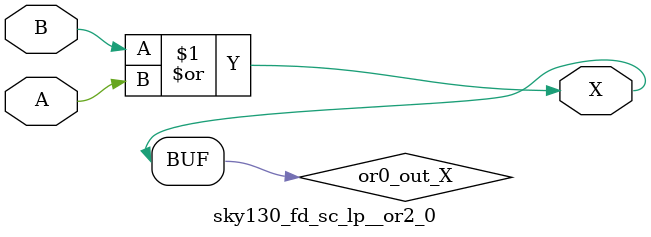
<source format=v>
/*
 * Copyright 2020 The SkyWater PDK Authors
 *
 * Licensed under the Apache License, Version 2.0 (the "License");
 * you may not use this file except in compliance with the License.
 * You may obtain a copy of the License at
 *
 *     https://www.apache.org/licenses/LICENSE-2.0
 *
 * Unless required by applicable law or agreed to in writing, software
 * distributed under the License is distributed on an "AS IS" BASIS,
 * WITHOUT WARRANTIES OR CONDITIONS OF ANY KIND, either express or implied.
 * See the License for the specific language governing permissions and
 * limitations under the License.
 *
 * SPDX-License-Identifier: Apache-2.0
*/


`ifndef SKY130_FD_SC_LP__OR2_0_FUNCTIONAL_V
`define SKY130_FD_SC_LP__OR2_0_FUNCTIONAL_V

/**
 * or2: 2-input OR.
 *
 * Verilog simulation functional model.
 */

`timescale 1ns / 1ps
`default_nettype none

`celldefine
module sky130_fd_sc_lp__or2_0 (
    X,
    A,
    B
);

    // Module ports
    output X;
    input  A;
    input  B;

    // Local signals
    wire or0_out_X;

    //  Name  Output     Other arguments
    or  or0  (or0_out_X, B, A           );
    buf buf0 (X        , or0_out_X      );

endmodule
`endcelldefine

`default_nettype wire
`endif  // SKY130_FD_SC_LP__OR2_0_FUNCTIONAL_V

</source>
